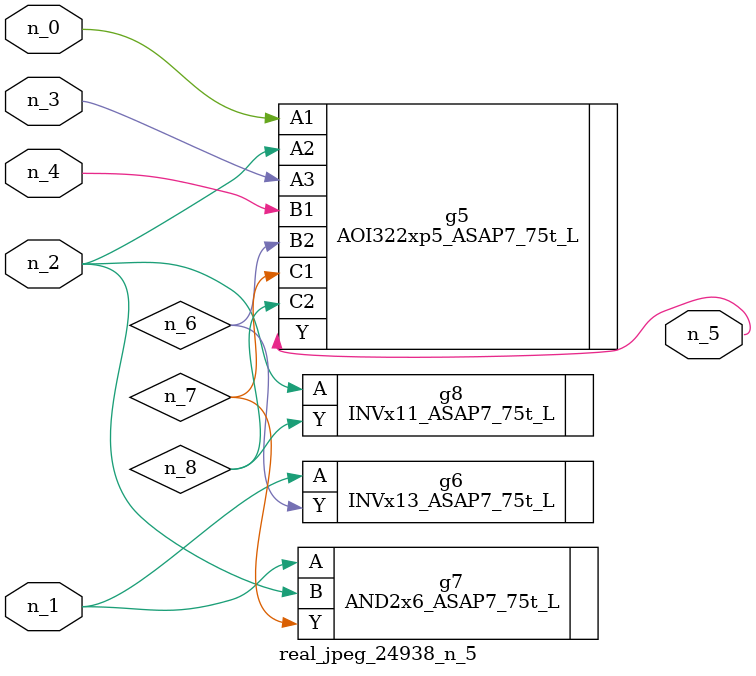
<source format=v>
module real_jpeg_24938_n_5 (n_4, n_0, n_1, n_2, n_3, n_5);

input n_4;
input n_0;
input n_1;
input n_2;
input n_3;

output n_5;

wire n_8;
wire n_6;
wire n_7;

AOI322xp5_ASAP7_75t_L g5 ( 
.A1(n_0),
.A2(n_2),
.A3(n_3),
.B1(n_4),
.B2(n_6),
.C1(n_7),
.C2(n_8),
.Y(n_5)
);

INVx13_ASAP7_75t_L g6 ( 
.A(n_1),
.Y(n_6)
);

AND2x6_ASAP7_75t_L g7 ( 
.A(n_1),
.B(n_2),
.Y(n_7)
);

INVx11_ASAP7_75t_L g8 ( 
.A(n_2),
.Y(n_8)
);


endmodule
</source>
